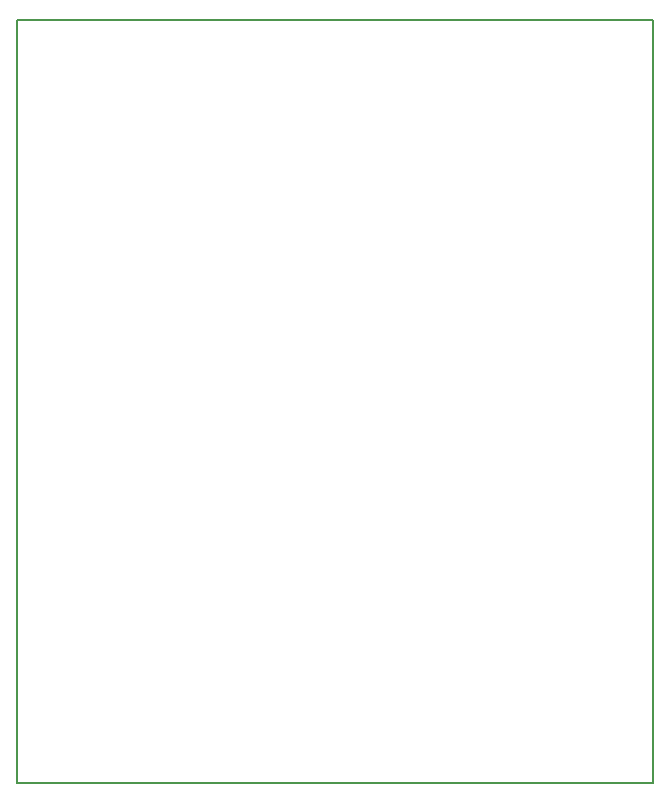
<source format=gko>
G04 Layer_Color=16711935*
%FSLAX25Y25*%
%MOIN*%
G70*
G01*
G75*
%ADD103C,0.00500*%
D103*
X545000Y193000D02*
Y447500D01*
X333000Y193000D02*
X545000D01*
X333000D02*
Y447500D01*
X545000D01*
M02*

</source>
